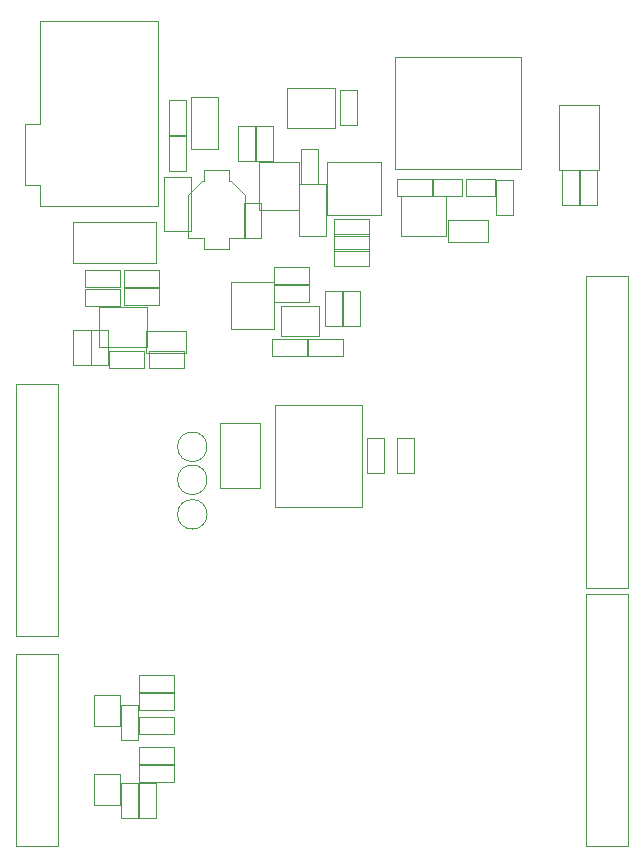
<source format=gbr>
%TF.GenerationSoftware,KiCad,Pcbnew,7.0.9*%
%TF.CreationDate,2024-03-12T23:32:05+08:00*%
%TF.ProjectId,picoduino,7069636f-6475-4696-9e6f-2e6b69636164,rev?*%
%TF.SameCoordinates,Original*%
%TF.FileFunction,Other,User*%
%FSLAX46Y46*%
G04 Gerber Fmt 4.6, Leading zero omitted, Abs format (unit mm)*
G04 Created by KiCad (PCBNEW 7.0.9) date 2024-03-12 23:32:05*
%MOMM*%
%LPD*%
G01*
G04 APERTURE LIST*
%ADD10C,0.050000*%
G04 APERTURE END LIST*
D10*
%TO.C,U7*%
X136876158Y-129556719D02*
X136876158Y-132156719D01*
X136876158Y-129556719D02*
X134676158Y-129556719D01*
X134676158Y-132156719D02*
X136876158Y-132156719D01*
X134676158Y-132156719D02*
X134676158Y-129556719D01*
%TO.C,C20*%
X138462000Y-133306000D02*
X138462000Y-130346000D01*
X139922000Y-133306000D02*
X138462000Y-133306000D01*
X138462000Y-130346000D02*
X139922000Y-130346000D01*
X139922000Y-130346000D02*
X139922000Y-133306000D01*
%TO.C,D3*%
X154312000Y-79588000D02*
X152012000Y-79588000D01*
X154312000Y-79588000D02*
X154312000Y-83988000D01*
X154312000Y-83988000D02*
X152012000Y-83988000D01*
X152012000Y-83988000D02*
X152012000Y-79588000D01*
%TO.C,D1*%
X139898000Y-86332000D02*
X132898000Y-86332000D01*
X139898000Y-82832000D02*
X139898000Y-86332000D01*
X132898000Y-86332000D02*
X132898000Y-82832000D01*
X132898000Y-82832000D02*
X139898000Y-82832000D01*
%TO.C,TP1*%
X144252000Y-101854000D02*
G75*
G03*
X144252000Y-101854000I-1250000J0D01*
G01*
%TO.C,C15*%
X138474000Y-124746000D02*
X141434000Y-124746000D01*
X138474000Y-126206000D02*
X138474000Y-124746000D01*
X141434000Y-124746000D02*
X141434000Y-126206000D01*
X141434000Y-126206000D02*
X138474000Y-126206000D01*
%TO.C,C5*%
X154984000Y-85122000D02*
X157944000Y-85122000D01*
X154984000Y-86582000D02*
X154984000Y-85122000D01*
X157944000Y-85122000D02*
X157944000Y-86582000D01*
X157944000Y-86582000D02*
X154984000Y-86582000D01*
%TO.C,Q1*%
X160640000Y-80596000D02*
X160640000Y-83996000D01*
X160640000Y-83996000D02*
X164480000Y-83996000D01*
X164480000Y-80596000D02*
X160640000Y-80596000D01*
X164480000Y-83996000D02*
X164480000Y-80596000D01*
%TO.C,L2*%
X146282000Y-91916000D02*
X149882000Y-91916000D01*
X149882000Y-91916000D02*
X149882000Y-87916000D01*
X146282000Y-87916000D02*
X146282000Y-91916000D01*
X149882000Y-87916000D02*
X146282000Y-87916000D01*
%TO.C,C3*%
X152178000Y-79585000D02*
X152178000Y-76625000D01*
X153638000Y-79585000D02*
X152178000Y-79585000D01*
X152178000Y-76625000D02*
X153638000Y-76625000D01*
X153638000Y-76625000D02*
X153638000Y-79585000D01*
%TO.C,D6*%
X166136000Y-79183000D02*
X168636000Y-79183000D01*
X166136000Y-80583000D02*
X166136000Y-79183000D01*
X168636000Y-79183000D02*
X168636000Y-80583000D01*
X168636000Y-80583000D02*
X166136000Y-80583000D01*
%TO.C,C14*%
X138474000Y-122714000D02*
X141434000Y-122714000D01*
X138474000Y-124174000D02*
X138474000Y-122714000D01*
X141434000Y-122714000D02*
X141434000Y-124174000D01*
X141434000Y-124174000D02*
X138474000Y-124174000D01*
%TO.C,J2*%
X157370000Y-98316000D02*
X149970000Y-98316000D01*
X149970000Y-98316000D02*
X149970000Y-106916000D01*
X157370000Y-106916000D02*
X157370000Y-98316000D01*
X149970000Y-106916000D02*
X157370000Y-106916000D01*
%TO.C,U6*%
X136882000Y-122899500D02*
X136882000Y-125499500D01*
X136882000Y-122899500D02*
X134682000Y-122899500D01*
X134682000Y-125499500D02*
X136882000Y-125499500D01*
X134682000Y-125499500D02*
X134682000Y-122899500D01*
%TO.C,J3*%
X170801000Y-78295000D02*
X170801000Y-68875000D01*
X170801000Y-78295000D02*
X160161000Y-78295000D01*
X170801000Y-68875000D02*
X160161000Y-68875000D01*
X160161000Y-78295000D02*
X160161000Y-68875000D01*
%TO.C,C2*%
X148812000Y-81197000D02*
X148812000Y-84157000D01*
X147352000Y-81197000D02*
X148812000Y-81197000D01*
X148812000Y-84157000D02*
X147352000Y-84157000D01*
X147352000Y-84157000D02*
X147352000Y-81197000D01*
%TO.C,C9*%
X152864000Y-89630000D02*
X149904000Y-89630000D01*
X152864000Y-88170000D02*
X152864000Y-89630000D01*
X149904000Y-89630000D02*
X149904000Y-88170000D01*
X149904000Y-88170000D02*
X152864000Y-88170000D01*
%TO.C,R11*%
X139317257Y-93755398D02*
X142277257Y-93755398D01*
X139317257Y-95215398D02*
X139317257Y-93755398D01*
X142277257Y-93755398D02*
X142277257Y-95215398D01*
X142277257Y-95215398D02*
X139317257Y-95215398D01*
%TO.C,J7*%
X179854000Y-135658000D02*
X176304000Y-135658000D01*
X179854000Y-114308000D02*
X179854000Y-135658000D01*
X176304000Y-135658000D02*
X176304000Y-114308000D01*
X176304000Y-114308000D02*
X179854000Y-114308000D01*
%TO.C,C8*%
X157194000Y-88690000D02*
X157194000Y-91650000D01*
X155734000Y-88690000D02*
X157194000Y-88690000D01*
X157194000Y-91650000D02*
X155734000Y-91650000D01*
X155734000Y-91650000D02*
X155734000Y-88690000D01*
%TO.C,R8*%
X149713000Y-92742000D02*
X152673000Y-92742000D01*
X149713000Y-94202000D02*
X149713000Y-92742000D01*
X152673000Y-92742000D02*
X152673000Y-94202000D01*
X152673000Y-94202000D02*
X149713000Y-94202000D01*
%TO.C,J4*%
X131594000Y-117878000D02*
X128044000Y-117878000D01*
X131594000Y-96528000D02*
X131594000Y-117878000D01*
X128044000Y-117878000D02*
X128044000Y-96528000D01*
X128044000Y-96528000D02*
X131594000Y-96528000D01*
%TO.C,D7*%
X165842000Y-80583000D02*
X163342000Y-80583000D01*
X165842000Y-79183000D02*
X165842000Y-80583000D01*
X163342000Y-80583000D02*
X163342000Y-79183000D01*
X163342000Y-79183000D02*
X165842000Y-79183000D01*
%TO.C,D2*%
X136864000Y-89927500D02*
X133904000Y-89927500D01*
X136864000Y-88467500D02*
X136864000Y-89927500D01*
X133904000Y-89927500D02*
X133904000Y-88467500D01*
X133904000Y-88467500D02*
X136864000Y-88467500D01*
%TO.C,R12*%
X177260000Y-78403000D02*
X177260000Y-81363000D01*
X175800000Y-78403000D02*
X177260000Y-78403000D01*
X177260000Y-81363000D02*
X175800000Y-81363000D01*
X175800000Y-81363000D02*
X175800000Y-78403000D01*
%TO.C,R16*%
X168688000Y-82252000D02*
X168688000Y-79292000D01*
X170148000Y-82252000D02*
X168688000Y-82252000D01*
X168688000Y-79292000D02*
X170148000Y-79292000D01*
X170148000Y-79292000D02*
X170148000Y-82252000D01*
%TO.C,C6*%
X154984000Y-82582000D02*
X157944000Y-82582000D01*
X154984000Y-84042000D02*
X154984000Y-82582000D01*
X157944000Y-82582000D02*
X157944000Y-84042000D01*
X157944000Y-84042000D02*
X154984000Y-84042000D01*
%TO.C,L1*%
X154418000Y-77760000D02*
X154418000Y-82260000D01*
X154418000Y-82260000D02*
X159018000Y-82260000D01*
X159018000Y-77760000D02*
X154418000Y-77760000D01*
X159018000Y-82260000D02*
X159018000Y-77760000D01*
%TO.C,C10*%
X152864000Y-88106000D02*
X149904000Y-88106000D01*
X152864000Y-86646000D02*
X152864000Y-88106000D01*
X149904000Y-88106000D02*
X149904000Y-86646000D01*
X149904000Y-86646000D02*
X152864000Y-86646000D01*
%TO.C,D4*%
X136862000Y-88360000D02*
X133902000Y-88360000D01*
X136862000Y-86900000D02*
X136862000Y-88360000D01*
X133902000Y-88360000D02*
X133902000Y-86900000D01*
X133902000Y-86900000D02*
X136862000Y-86900000D01*
%TO.C,J8*%
X179854000Y-113814000D02*
X176304000Y-113814000D01*
X179854000Y-87414000D02*
X179854000Y-113814000D01*
X176304000Y-113814000D02*
X176304000Y-87414000D01*
X176304000Y-87414000D02*
X179854000Y-87414000D01*
%TO.C,U4*%
X150990500Y-71452000D02*
X150990500Y-74852000D01*
X150990500Y-74852000D02*
X155090500Y-74852000D01*
X155090500Y-71452000D02*
X150990500Y-71452000D01*
X155090500Y-74852000D02*
X155090500Y-71452000D01*
%TO.C,C12*%
X135858000Y-91992000D02*
X135858000Y-94952000D01*
X134398000Y-91992000D02*
X135858000Y-91992000D01*
X135858000Y-94952000D02*
X134398000Y-94952000D01*
X134398000Y-94952000D02*
X134398000Y-91992000D01*
%TO.C,SW1*%
X174068000Y-78442000D02*
X174068000Y-72942000D01*
X177468000Y-78442000D02*
X174068000Y-78442000D01*
X174068000Y-72942000D02*
X177468000Y-72942000D01*
X177468000Y-72942000D02*
X177468000Y-78442000D01*
%TO.C,R6*%
X142462000Y-75504000D02*
X142462000Y-78464000D01*
X141002000Y-75504000D02*
X142462000Y-75504000D01*
X142462000Y-78464000D02*
X141002000Y-78464000D01*
X141002000Y-78464000D02*
X141002000Y-75504000D01*
%TO.C,R15*%
X160318000Y-79153000D02*
X163278000Y-79153000D01*
X160318000Y-80613000D02*
X160318000Y-79153000D01*
X163278000Y-79153000D02*
X163278000Y-80613000D01*
X163278000Y-80613000D02*
X160318000Y-80613000D01*
%TO.C,C16*%
X138474000Y-127286000D02*
X141434000Y-127286000D01*
X138474000Y-128746000D02*
X138474000Y-127286000D01*
X141434000Y-127286000D02*
X141434000Y-128746000D01*
X141434000Y-128746000D02*
X138474000Y-128746000D01*
%TO.C,R9*%
X152761000Y-92742000D02*
X155721000Y-92742000D01*
X152761000Y-94202000D02*
X152761000Y-92742000D01*
X155721000Y-92742000D02*
X155721000Y-94202000D01*
X155721000Y-94202000D02*
X152761000Y-94202000D01*
%TO.C,D5*%
X142868000Y-76644000D02*
X145168000Y-76644000D01*
X142868000Y-76644000D02*
X142868000Y-72244000D01*
X142868000Y-72244000D02*
X145168000Y-72244000D01*
X145168000Y-72244000D02*
X145168000Y-76644000D01*
%TO.C,R7*%
X142462000Y-72456000D02*
X142462000Y-75416000D01*
X141002000Y-72456000D02*
X142462000Y-72456000D01*
X142462000Y-75416000D02*
X141002000Y-75416000D01*
X141002000Y-75416000D02*
X141002000Y-72456000D01*
%TO.C,R13*%
X160306000Y-104096000D02*
X160306000Y-101136000D01*
X161766000Y-104096000D02*
X160306000Y-104096000D01*
X160306000Y-101136000D02*
X161766000Y-101136000D01*
X161766000Y-101136000D02*
X161766000Y-104096000D01*
%TO.C,R3*%
X146844000Y-77680000D02*
X146844000Y-74720000D01*
X148304000Y-77680000D02*
X146844000Y-77680000D01*
X146844000Y-74720000D02*
X148304000Y-74720000D01*
X148304000Y-74720000D02*
X148304000Y-77680000D01*
%TO.C,F1*%
X140612000Y-83582000D02*
X140612000Y-79022000D01*
X142852000Y-83582000D02*
X140612000Y-83582000D01*
X140612000Y-79022000D02*
X142852000Y-79022000D01*
X142852000Y-79022000D02*
X142852000Y-83582000D01*
%TO.C,SW2*%
X145366000Y-105366000D02*
X145366000Y-99866000D01*
X148766000Y-105366000D02*
X145366000Y-105366000D01*
X145366000Y-99866000D02*
X148766000Y-99866000D01*
X148766000Y-99866000D02*
X148766000Y-105366000D01*
%TO.C,FB1*%
X138474000Y-121190000D02*
X141434000Y-121190000D01*
X138474000Y-122650000D02*
X138474000Y-121190000D01*
X141434000Y-121190000D02*
X141434000Y-122650000D01*
X141434000Y-122650000D02*
X138474000Y-122650000D01*
%TO.C,FB3*%
X138474000Y-128810000D02*
X141434000Y-128810000D01*
X138474000Y-130270000D02*
X138474000Y-128810000D01*
X141434000Y-128810000D02*
X141434000Y-130270000D01*
X141434000Y-130270000D02*
X138474000Y-130270000D01*
%TO.C,U2*%
X153746000Y-92436000D02*
X153746000Y-89936000D01*
X153746000Y-89936000D02*
X150546000Y-89936000D01*
X150546000Y-92436000D02*
X153746000Y-92436000D01*
X150546000Y-89936000D02*
X150546000Y-92436000D01*
%TO.C,R10*%
X140164000Y-89884000D02*
X137204000Y-89884000D01*
X140164000Y-88424000D02*
X140164000Y-89884000D01*
X137204000Y-89884000D02*
X137204000Y-88424000D01*
X137204000Y-88424000D02*
X140164000Y-88424000D01*
%TO.C,U5*%
X139210000Y-93394000D02*
X139210000Y-89994000D01*
X139210000Y-89994000D02*
X135110000Y-89994000D01*
X135110000Y-93394000D02*
X139210000Y-93394000D01*
X135110000Y-89994000D02*
X135110000Y-93394000D01*
%TO.C,C11*%
X155480000Y-74632000D02*
X155480000Y-71672000D01*
X156940000Y-74632000D02*
X155480000Y-74632000D01*
X155480000Y-71672000D02*
X156940000Y-71672000D01*
X156940000Y-71672000D02*
X156940000Y-74632000D01*
%TO.C,C19*%
X174276000Y-81363000D02*
X174276000Y-78403000D01*
X175736000Y-81363000D02*
X174276000Y-81363000D01*
X174276000Y-78403000D02*
X175736000Y-78403000D01*
X175736000Y-78403000D02*
X175736000Y-81363000D01*
%TO.C,R1*%
X139099000Y-92014000D02*
X142459000Y-92014000D01*
X139099000Y-93914000D02*
X139099000Y-92014000D01*
X142459000Y-92014000D02*
X142459000Y-93914000D01*
X142459000Y-93914000D02*
X139099000Y-93914000D01*
%TO.C,R14*%
X140164000Y-88360000D02*
X137204000Y-88360000D01*
X140164000Y-86900000D02*
X140164000Y-88360000D01*
X137204000Y-88360000D02*
X137204000Y-86900000D01*
X137204000Y-86900000D02*
X140164000Y-86900000D01*
%TO.C,TP3*%
X144252000Y-104648000D02*
G75*
G03*
X144252000Y-104648000I-1250000J0D01*
G01*
%TO.C,C18*%
X136938000Y-126702000D02*
X136938000Y-123742000D01*
X138398000Y-126702000D02*
X136938000Y-126702000D01*
X136938000Y-123742000D02*
X138398000Y-123742000D01*
X138398000Y-123742000D02*
X138398000Y-126702000D01*
%TO.C,R5*%
X157766000Y-104096000D02*
X157766000Y-101136000D01*
X159226000Y-104096000D02*
X157766000Y-104096000D01*
X157766000Y-101136000D02*
X159226000Y-101136000D01*
X159226000Y-101136000D02*
X159226000Y-104096000D01*
%TO.C,J9*%
X131594000Y-135658000D02*
X128044000Y-135658000D01*
X131594000Y-119408000D02*
X131594000Y-135658000D01*
X128044000Y-135658000D02*
X128044000Y-119408000D01*
X128044000Y-119408000D02*
X131594000Y-119408000D01*
%TO.C,R2*%
X135934000Y-93758000D02*
X138894000Y-93758000D01*
X135934000Y-95218000D02*
X135934000Y-93758000D01*
X138894000Y-93758000D02*
X138894000Y-95218000D01*
X138894000Y-95218000D02*
X135934000Y-95218000D01*
%TO.C,TP2*%
X144252000Y-107569000D02*
G75*
G03*
X144252000Y-107569000I-1250000J0D01*
G01*
%TO.C,C1*%
X146084000Y-78438000D02*
X143984000Y-78438000D01*
X143984000Y-78438000D02*
X143984000Y-79388000D01*
X146284000Y-79388000D02*
X146084000Y-79388000D01*
X146284000Y-79388000D02*
X147434000Y-80538000D01*
X146084000Y-79388000D02*
X146084000Y-78438000D01*
X143984000Y-79388000D02*
X143784000Y-79388000D01*
X143784000Y-79388000D02*
X142634000Y-80538000D01*
X147434000Y-80538000D02*
X147434000Y-84188000D01*
X142634000Y-80538000D02*
X142634000Y-84188000D01*
X147434000Y-84188000D02*
X146084000Y-84188000D01*
X146084000Y-84188000D02*
X146084000Y-85138000D01*
X143984000Y-84188000D02*
X142634000Y-84188000D01*
X146084000Y-85138000D02*
X143984000Y-85138000D01*
X143984000Y-85138000D02*
X143984000Y-84188000D01*
%TO.C,C7*%
X155670000Y-88690000D02*
X155670000Y-91650000D01*
X154210000Y-88690000D02*
X155670000Y-88690000D01*
X155670000Y-91650000D02*
X154210000Y-91650000D01*
X154210000Y-91650000D02*
X154210000Y-88690000D01*
%TO.C,F2*%
X168050000Y-84516000D02*
X164690000Y-84516000D01*
X168050000Y-82616000D02*
X168050000Y-84516000D01*
X164690000Y-84516000D02*
X164690000Y-82616000D01*
X164690000Y-82616000D02*
X168050000Y-82616000D01*
%TO.C,C17*%
X136938000Y-133306000D02*
X136938000Y-130346000D01*
X138398000Y-133306000D02*
X136938000Y-133306000D01*
X136938000Y-130346000D02*
X138398000Y-130346000D01*
X138398000Y-130346000D02*
X138398000Y-133306000D01*
%TO.C,C13*%
X134397000Y-91992000D02*
X134397000Y-94952000D01*
X132937000Y-91992000D02*
X134397000Y-91992000D01*
X134397000Y-94952000D02*
X132937000Y-94952000D01*
X132937000Y-94952000D02*
X132937000Y-91992000D01*
%TO.C,U3*%
X152068000Y-77706000D02*
X148668000Y-77706000D01*
X148668000Y-77706000D02*
X148668000Y-81806000D01*
X152068000Y-81806000D02*
X152068000Y-77706000D01*
X148668000Y-81806000D02*
X152068000Y-81806000D01*
%TO.C,R4*%
X149828000Y-74720000D02*
X149828000Y-77680000D01*
X148368000Y-74720000D02*
X149828000Y-74720000D01*
X149828000Y-77680000D02*
X148368000Y-77680000D01*
X148368000Y-77680000D02*
X148368000Y-74720000D01*
%TO.C,C4*%
X154984000Y-83852000D02*
X157944000Y-83852000D01*
X154984000Y-85312000D02*
X154984000Y-83852000D01*
X157944000Y-83852000D02*
X157944000Y-85312000D01*
X157944000Y-85312000D02*
X154984000Y-85312000D01*
%TO.C,J5*%
X140128000Y-81500000D02*
X140128000Y-65800000D01*
X140128000Y-65800000D02*
X130128000Y-65800000D01*
X130128000Y-81500000D02*
X140128000Y-81500000D01*
X130128000Y-79700000D02*
X130128000Y-81500000D01*
X130128000Y-65800000D02*
X130128000Y-74500000D01*
X128828000Y-79700000D02*
X130128000Y-79700000D01*
X128828000Y-79700000D02*
X128828000Y-74500000D01*
X128828000Y-74500000D02*
X130128000Y-74500000D01*
%TD*%
M02*

</source>
